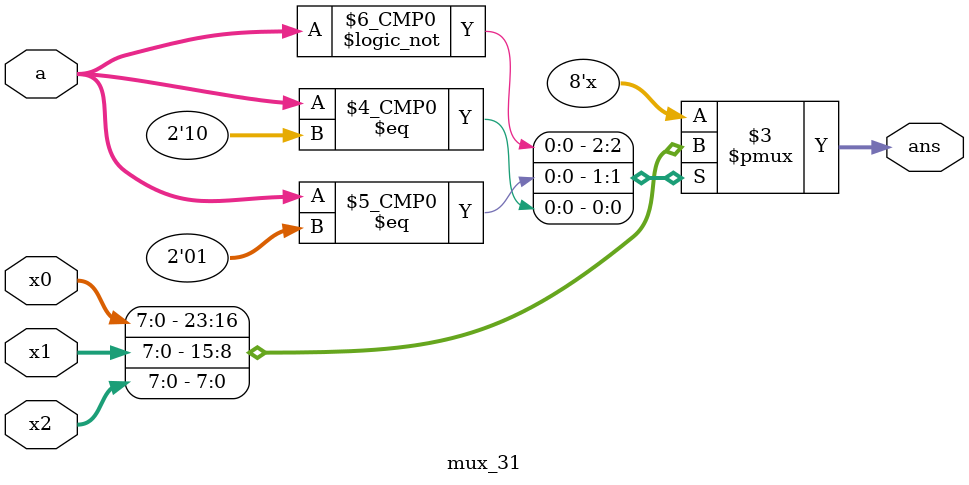
<source format=v>
`timescale 1ns / 1ps

module mux_31(
    input [1:0] a,
    input [7:0] x0,
    input [7:0] x1,
    input [7:0] x2,
    output reg [7:0] ans
    );
    
    always@ (a) begin
        case(a)
            2'd0: ans = x0;
            2'd1: ans = x1;
            2'd2: ans = x2;
        endcase
    end
endmodule

</source>
